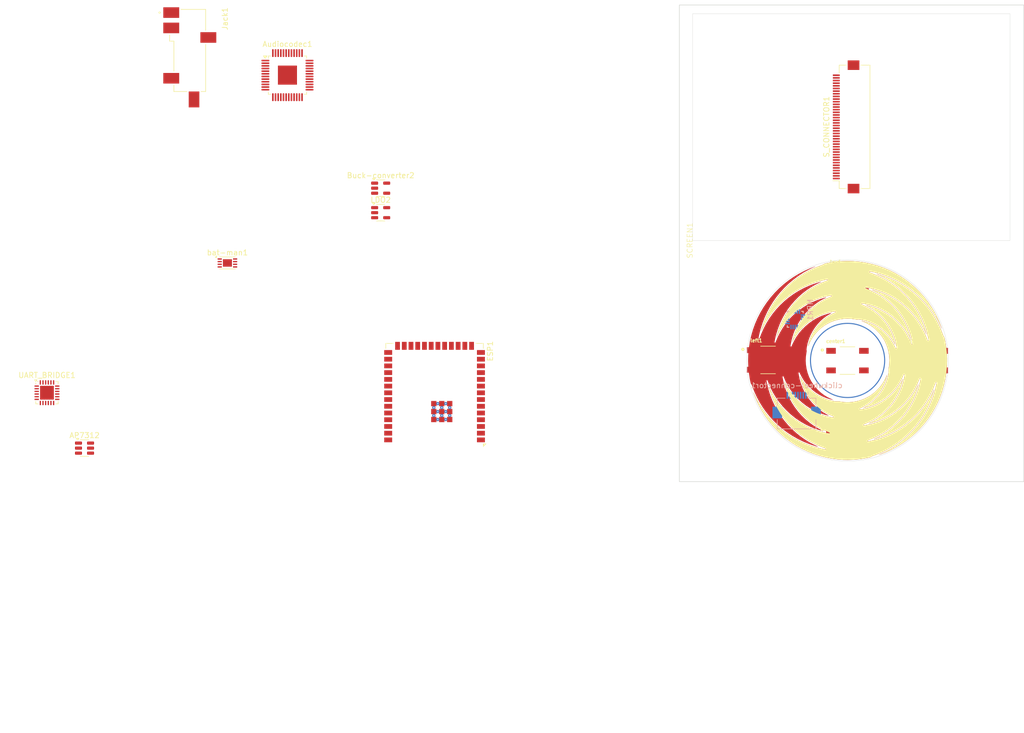
<source format=kicad_pcb>
(kicad_pcb (version 20221018) (generator pcbnew)
  (layers (0 "F.Cu" signal) (31 "B.Cu" signal) (34 "B.Paste" user) (35 "F.Paste" user) (36 "B.SilkS" user "B.Silkscreen") (37 "F.SilkS" user "F.Silkscreen") (38 "B.Mask" user) (39 "F.Mask" user) (44 "Edge.Cuts" user))
  (net 0 "")
  (net 1 "Net-(ESP1-GND-Pad1)")
  (net 80 "+3.3V")
  (net 81 "+1V8")
  (net 82 "Net-(D5-A)")
  (net 83 "GND")
  (net 85 "Net-(bat-man1-PROG)")
  (net 86 "Net-(Buck-converter2-Vin)")
  (net 87 "3.3V")
  (net 88 "Net-(Buck-converter2-SW)")
  (net 90 "3.3-audio")
  (net 93 "RESET_PULL")
  (net 94 "CVDD")
  (net 95 "IOVDD")
  (net 97 "GPIO_PULL")
  (net 100 "Net-(Audiocodec1-XTALO)")
  (net 101 "Net-(Audiocodec1-XTALI)")
  (net 103 "Net-(Audiocodec1-RX)")
  (net 108 "AVDD")
  (net 109 "Net-(Audiocodec1-RIGHT)")
  (net 110 "Net-(Audiocodec1-GBUF)")
  (net 111 "Net-(Audiocodec1-RCAP)")
  (net 112 "Net-(Audiocodec1-LEFT)")
  (net 114 "JACK_SWITCH")
  (net 135 "Net-(Clickwheel1-top)")
  (net 136 "Net-(Clickwheel1-bottom)")
  (net 137 "Net-(Clickwheel1-left)")
  (net 138 "Net-(Clickwheel1-right)")
  (net 139 "Net-(MPR1-~{IRQ})")
  (net 140 "Net-(MPR1-SCL)")
  (net 141 "Net-(MPR1-SDA)")
  (net 142 "Net-(MPR1-ADDR)")
  (net 143 "Net-(MPR1-VREG)")
  (net 144 "Net-(MPR1-VSS)")
  (net 145 "Net-(MPR1-REXT)")
  (net 150 "Net-(MPR1-VDD)")
  (net 155 "VBAT")
  (net 156 "Net-(D4-K)")
  (net 157 "Net-(Buck-converter2-EN)")
  (net 158 "Net-(VS1-GBUF)")
  (net 159 "Net-(VS1-LEFT)")
  (net 160 "Net-(VS1-RIGHT)")
  (net 162 "Net-(UART_BRIDGE1-D+)")
  (net 163 "Net-(UART_BRIDGE1-D-)")
  (net 164 "Net-(UART_BRIDGE1-VDD)")
  (net 165 "Net-(UART_BRIDGE1-VREGIN)")
  (net 166 "Net-(UART_BRIDGE1-VBUS)")
  (net 177 "RTS")
  (net 178 "RXD")
  (net 179 "TXD")
  (net 181 "DTR")
  (footprint "openpod:clickwheel_1" (layer "F.Cu") (at 231.7434 117.117)
    (fp_text reference "Clickwheel1" hide)
    (fp_text value "~" hide)
    (fp_circle (center 0 0) (end 19 0) (stroke (width 0.05)) (fill none) (layer "Edge.Cuts"))
  )
  (footprint "Package_DFN_QFN:DFN-8-1EP_3x2mm_P0.5mm_EP1.7x1.4mm" (layer "F.Cu") (at 114.725 98.71)
    (fp_text reference "bat-man1")
    (fp_text value "MCP73831-2-MC")
  )
  (footprint "openpod:SW_SKQGAFE010" (layer "F.Cu") (at 231.723 117.149)
    (fp_text reference "center1")
    (fp_text value "SKQGAFE010")
  )
  (footprint "Package_TO_SOT_SMD:SOT-23-5" (layer "F.Cu") (at 143.6425 89.215)
    (fp_text reference "LDO2")
    (fp_text value "MIC5504-3.3YM5")
  )
  (footprint "openpod:SW_SKQGAFE010" (layer "F.Cu") (at 216.737 117.022)
    (fp_text reference "left1")
    (fp_text value "SKQGAFE010")
  )
  (footprint "openpod:nhd-2.4-240320cf-ctxif" (layer "F.Cu") (at 202.4875 94.4625 90)
    (fp_text reference "SCREEN1")
    (fp_text value "~" hide)
    (fp_rect (start 0 0) (end 42.8 59.91) (stroke (width 0.05)) (fill none) (layer "Edge.Cuts"))
  )
  (footprint "jack:CUI_SJ-43515TS-SMT-TR" (layer "F.Cu") (at 104.125 51.434 -90)
    (fp_text reference "Jack1")
    (fp_text value "SJ-43515TS-SMT-TR")
  )
  (footprint "Package_TO_SOT_SMD:SOT-23-6" (layer "F.Cu") (at 87.7625 133.67)
    (fp_text reference "AP7312")
    (fp_text value "~")
  )
  (footprint "openpod:SW_SKQGAFE010" (layer "F.Cu") (at 231.723 102.163)
    (fp_text reference "top1")
    (fp_text value "SKQGAFE010")
  )
  (footprint "openpod:SW_SKQGAFE010" (layer "F.Cu") (at 246.709 117.149)
    (fp_text reference "right1")
    (fp_text value "SKQGAFE010")
  )
  (footprint "RF_Module:ESP32-S3-WROOM-2" (layer "F.Cu") (at 153.81 126.86 180)
    (fp_text reference "ESP1")
    (fp_text value "ESP32-S3-WROOM-2")
  )
  (footprint "openpod:SW_SKQGAFE010" (layer "F.Cu") (at 231.7 132.135)
    (fp_text reference "bottom1")
    (fp_text value "SKQGAFE010")
  )
  (footprint "openpod:Hirose_FH12-40S-0.5SH_1x40-1MP_P0.50mm_Horizontal" (layer "F.Cu") (at 231.466 73.014 90)
    (fp_text reference "S_CONNECTOR1")
    (fp_text value "~" hide)
  )
  (footprint "Package_QFP:LQFP-48-1EP_7x7mm_P0.5mm_EP3.6x3.6mm" (layer "F.Cu") (at 126.054 63.246)
    (fp_text reference "Audiocodec1")
    (fp_text value "VS1063")
  )
  (footprint "Package_DFN_QFN:QFN-24-1EP_4x4mm_P0.5mm_EP2.6x2.6mm" (layer "F.Cu") (at 80.6775 123.21)
    (fp_text reference "UART_BRIDGE1")
    (fp_text value "CP2102N-Axx-xQFN24")
  )
  (footprint "Package_TO_SOT_SMD:TSOT-23-5" (layer "F.Cu") (at 143.6425 84.59)
    (fp_text reference "Buck-converter2")
    (fp_text value "LM3671")
  )
  (footprint "openpod:mpr121qr2" (layer "B.Cu") (at 221.869 109.347 90)
    (fp_text reference "MPR1")
    (fp_text value "MPR121QR2" hide)
  )
  (footprint "Connector_FFC-FPC:Hirose_FH12-8S-0.5SH_1x08-1MP_P0.50mm_Horizontal" (layer "B.Cu") (at 222.123 125.542 180)
    (fp_text reference "clickwheel-connector1")
    (fp_text value "~")
  )
  (gr_rect (start 200 50) (end 265 140) (stroke (width 0.1)) (fill none) (layer "Edge.Cuts"))
)
</source>
